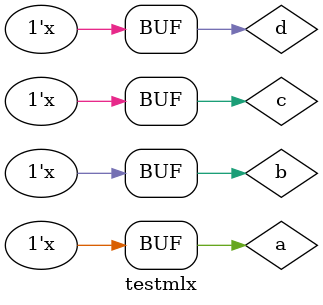
<source format=v>
module testmlx ();
  reg a, b, c, d;
  wire [6:0] s;
  wire        dp;
  
  mlx i0 (a, b, c, d, s, dp);
  
  initial {a,b,c,d} <= 0;
  always #100 {a,b,c,d} <= {a,b,c,d} + 1;
endmodule
</source>
